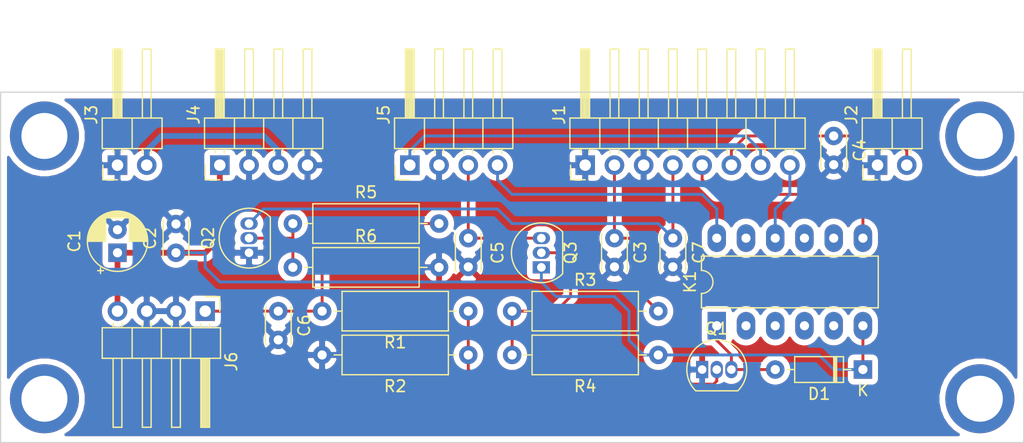
<source format=kicad_pcb>
(kicad_pcb (version 20171130) (host pcbnew 5.1.6)
  (layers (0 F.Cu signal) (31 B.Cu signal hide) (34 B.Paste user) (35 F.Paste user) (36 B.SilkS user) (37 F.SilkS user) (38 B.Mask user) (39 F.Mask user) (44 Edge.Cuts user))
  (net 0 "")
  (net 1 +12V)
  (net 2 GND)
  (net 3 RIG_XVERTER_PTT_IN)
  (net 4 RIG_XVERTER_ALC_INPUT)
  (net 5 PTT_XVERTER)
  (net 6 XVERTER_ON)
  (net 7 RIG_XVERTER_TX_PA_DISABLE)
  (net 8 "Net-(D1-Pad2)")
  (net 9 RIG_XVERTER_RX_INPUT)
  (net 10 RIG_XVERTER_TX_OUT)
  (net 11 RIG_XVERTER_HF_RX_ANT_OUT)
  (net 12 RF_INOUT)
  (net 13 XVERTER_RX_INPUT)
  (net 14 "Net-(Q1-Pad2)")
  (net 15 "Net-(Q2-Pad2)")
  (net 16 "Net-(Q3-Pad2)")
  (module Capacitor_THT:CP_Radial_D5.0mm_P2.00mm (layer F.Cu) (at 22.86 26.67 90)
    (fp_text reference C1 (at 1 -3.75 90) (layer F.SilkS))
    (fp_text value 10uF)
    (pad 1 thru_hole rect (at 0 0 90) (size 1.6 1.6) (drill 0.8) (layers *.Cu *.Mask) (net 1 +12V))
    (pad 2 thru_hole circle (at 2 0 90) (size 1.6 1.6) (drill 0.8) (layers *.Cu *.Mask) (net 2 GND))
  )
  (module Capacitor_THT:C_Disc_D3.0mm_W2.0mm_P2.50mm (layer F.Cu) (at 27.94 26.67 90)
    (fp_text reference C2 (at 1.25 -2.25 90) (layer F.SilkS))
    (fp_text value 0.1uF)
    (pad 1 thru_hole circle (at 0 0 90) (size 1.6 1.6) (drill 0.8) (layers *.Cu *.Mask) (net 1 +12V))
    (pad 2 thru_hole circle (at 2.5 0 90) (size 1.6 1.6) (drill 0.8) (layers *.Cu *.Mask) (net 2 GND))
  )
  (module Capacitor_THT:C_Disc_D3.0mm_W2.0mm_P2.50mm (layer F.Cu) (at 66.04 25.4 270)
    (fp_text reference C3 (at 1.25 -2.25 90) (layer F.SilkS))
    (fp_text value 0.1uF)
    (pad 2 thru_hole circle (at 2.5 0 270) (size 1.6 1.6) (drill 0.8) (layers *.Cu *.Mask) (net 2 GND))
    (pad 1 thru_hole circle (at 0 0 270) (size 1.6 1.6) (drill 0.8) (layers *.Cu *.Mask) (net 3 RIG_XVERTER_PTT_IN))
  )
  (module Capacitor_THT:C_Disc_D3.0mm_W2.0mm_P2.50mm (layer F.Cu) (at 85.09 16.51 270)
    (fp_text reference C4 (at 1.25 -2.25 90) (layer F.SilkS))
    (fp_text value 0.1uF)
    (pad 1 thru_hole circle (at 0 0 270) (size 1.6 1.6) (drill 0.8) (layers *.Cu *.Mask) (net 4 RIG_XVERTER_ALC_INPUT))
    (pad 2 thru_hole circle (at 2.5 0 270) (size 1.6 1.6) (drill 0.8) (layers *.Cu *.Mask) (net 2 GND))
  )
  (module Capacitor_THT:C_Disc_D3.0mm_W2.0mm_P2.50mm (layer F.Cu) (at 53.34 25.4 270)
    (fp_text reference C5 (at 1.27 -2.54 90) (layer F.SilkS))
    (fp_text value 0.1uF)
    (pad 2 thru_hole circle (at 2.5 0 270) (size 1.6 1.6) (drill 0.8) (layers *.Cu *.Mask) (net 2 GND))
    (pad 1 thru_hole circle (at 0 0 270) (size 1.6 1.6) (drill 0.8) (layers *.Cu *.Mask) (net 5 PTT_XVERTER))
  )
  (module Capacitor_THT:C_Disc_D3.0mm_W2.0mm_P2.50mm (layer F.Cu) (at 36.83 31.75 270)
    (fp_text reference C6 (at 1.25 -2.25 90) (layer F.SilkS))
    (fp_text value 0.1uF)
    (pad 1 thru_hole circle (at 0 0 270) (size 1.6 1.6) (drill 0.8) (layers *.Cu *.Mask) (net 6 XVERTER_ON))
    (pad 2 thru_hole circle (at 2.5 0 270) (size 1.6 1.6) (drill 0.8) (layers *.Cu *.Mask) (net 2 GND))
  )
  (module Capacitor_THT:C_Disc_D3.0mm_W2.0mm_P2.50mm (layer F.Cu) (at 71.12 25.4 270)
    (fp_text reference C7 (at 1.25 -2.25 90) (layer F.SilkS))
    (fp_text value 0.1uF)
    (pad 2 thru_hole circle (at 2.5 0 270) (size 1.6 1.6) (drill 0.8) (layers *.Cu *.Mask) (net 2 GND))
    (pad 1 thru_hole circle (at 0 0 270) (size 1.6 1.6) (drill 0.8) (layers *.Cu *.Mask) (net 7 RIG_XVERTER_TX_PA_DISABLE))
  )
  (module Diode_THT:D_DO-35_SOD27_P7.62mm_Horizontal (layer F.Cu) (at 87.63 36.83 180)
    (fp_text reference D1 (at 3.81 -2.12) (layer F.SilkS))
    (fp_text value 1N4148)
    (fp_text user K (at 0 -1.8) (layer F.SilkS))
    (pad 1 thru_hole rect (at 0 0 180) (size 1.6 1.6) (drill 0.8) (layers *.Cu *.Mask) (net 1 +12V))
    (pad 2 thru_hole oval (at 7.62 0 180) (size 1.6 1.6) (drill 0.8) (layers *.Cu *.Mask) (net 8 "Net-(D1-Pad2)"))
  )
  (module Connector_PinHeader_2.54mm:PinHeader_1x08_P2.54mm_Horizontal (layer F.Cu) (at 63.5 19.05 90)
    (fp_text reference J1 (at 4.385 -2.27 90) (layer F.SilkS))
    (fp_text value "Rig Transverter Connector")
    (pad 1 thru_hole rect (at 0 0 90) (size 1.7 1.7) (drill 1) (layers *.Cu *.Mask) (net 2 GND))
    (pad 2 thru_hole oval (at 0 2.54 90) (size 1.7 1.7) (drill 1) (layers *.Cu *.Mask) (net 3 RIG_XVERTER_PTT_IN))
    (pad 3 thru_hole oval (at 0 5.08 90) (size 1.7 1.7) (drill 1) (layers *.Cu *.Mask) (net 2 GND))
    (pad 4 thru_hole oval (at 0 7.62 90) (size 1.7 1.7) (drill 1) (layers *.Cu *.Mask) (net 7 RIG_XVERTER_TX_PA_DISABLE))
    (pad 5 thru_hole oval (at 0 10.16 90) (size 1.7 1.7) (drill 1) (layers *.Cu *.Mask) (net 9 RIG_XVERTER_RX_INPUT))
    (pad 6 thru_hole oval (at 0 12.7 90) (size 1.7 1.7) (drill 1) (layers *.Cu *.Mask) (net 4 RIG_XVERTER_ALC_INPUT))
    (pad 7 thru_hole oval (at 0 15.24 90) (size 1.7 1.7) (drill 1) (layers *.Cu *.Mask) (net 10 RIG_XVERTER_TX_OUT))
    (pad 8 thru_hole oval (at 0 17.78 90) (size 1.7 1.7) (drill 1) (layers *.Cu *.Mask) (net 11 RIG_XVERTER_HF_RX_ANT_OUT))
  )
  (module Connector_PinHeader_2.54mm:PinHeader_1x02_P2.54mm_Horizontal (layer F.Cu) (at 88.9 19.05 90)
    (fp_text reference J2 (at 4.385 -2.27 90) (layer F.SilkS))
    (fp_text value ALC)
    (pad 2 thru_hole oval (at 0 2.54 90) (size 1.7 1.7) (drill 1) (layers *.Cu *.Mask) (net 4 RIG_XVERTER_ALC_INPUT))
    (pad 1 thru_hole rect (at 0 0 90) (size 1.7 1.7) (drill 1) (layers *.Cu *.Mask) (net 2 GND))
  )
  (module Connector_PinHeader_2.54mm:PinHeader_1x02_P2.54mm_Horizontal (layer F.Cu) (at 22.86 19.05 90)
    (fp_text reference J3 (at 4.385 -2.27 90) (layer F.SilkS))
    (fp_text value RF)
    (pad 1 thru_hole rect (at 0 0 90) (size 1.7 1.7) (drill 1) (layers *.Cu *.Mask) (net 2 GND))
    (pad 2 thru_hole oval (at 0 2.54 90) (size 1.7 1.7) (drill 1) (layers *.Cu *.Mask) (net 12 RF_INOUT))
  )
  (module Connector_PinHeader_2.54mm:PinHeader_1x04_P2.54mm_Horizontal (layer F.Cu) (at 31.75 19.05 90)
    (fp_text reference J4 (at 4.385 -2.27 90) (layer F.SilkS))
    (fp_text value "Transverter 2")
    (pad 1 thru_hole rect (at 0 0 90) (size 1.7 1.7) (drill 1) (layers *.Cu *.Mask) (net 1 +12V))
    (pad 2 thru_hole oval (at 0 2.54 90) (size 1.7 1.7) (drill 1) (layers *.Cu *.Mask) (net 2 GND))
    (pad 3 thru_hole oval (at 0 5.08 90) (size 1.7 1.7) (drill 1) (layers *.Cu *.Mask) (net 12 RF_INOUT))
    (pad 4 thru_hole oval (at 0 7.62 90) (size 1.7 1.7) (drill 1) (layers *.Cu *.Mask) (net 2 GND))
  )
  (module Connector_PinHeader_2.54mm:PinHeader_1x04_P2.54mm_Horizontal (layer F.Cu) (at 48.26 19.05 90)
    (fp_text reference J5 (at 4.385 -2.27 90) (layer F.SilkS))
    (fp_text value "Transverter 1")
    (pad 1 thru_hole rect (at 0 0 90) (size 1.7 1.7) (drill 1) (layers *.Cu *.Mask) (net 10 RIG_XVERTER_TX_OUT))
    (pad 2 thru_hole oval (at 0 2.54 90) (size 1.7 1.7) (drill 1) (layers *.Cu *.Mask) (net 2 GND))
    (pad 3 thru_hole oval (at 0 5.08 90) (size 1.7 1.7) (drill 1) (layers *.Cu *.Mask) (net 5 PTT_XVERTER))
    (pad 4 thru_hole oval (at 0 7.62 90) (size 1.7 1.7) (drill 1) (layers *.Cu *.Mask) (net 13 XVERTER_RX_INPUT))
  )
  (module Connector_PinHeader_2.54mm:PinHeader_1x04_P2.54mm_Horizontal (layer F.Cu) (at 30.48 31.75 270)
    (fp_text reference J6 (at 4.385 -2.27 90) (layer F.SilkS))
    (fp_text value Power)
    (pad 4 thru_hole oval (at 0 7.62 270) (size 1.7 1.7) (drill 1) (layers *.Cu *.Mask) (net 1 +12V))
    (pad 3 thru_hole oval (at 0 5.08 270) (size 1.7 1.7) (drill 1) (layers *.Cu *.Mask) (net 2 GND))
    (pad 2 thru_hole oval (at 0 2.54 270) (size 1.7 1.7) (drill 1) (layers *.Cu *.Mask) (net 2 GND))
    (pad 1 thru_hole rect (at 0 0 270) (size 1.7 1.7) (drill 1) (layers *.Cu *.Mask) (net 6 XVERTER_ON))
  )
  (module Package_DIP:DIP-12_W7.62mm_LongPads (layer F.Cu) (at 74.93 33.02 90)
    (fp_text reference K1 (at 3.81 -2.33 90) (layer F.SilkS))
    (fp_text value DS1E-M-DC12V)
    (pad 1 thru_hole rect (at 0 0 90) (size 2.4 1.6) (drill 0.8) (layers *.Cu *.Mask) (net 8 "Net-(D1-Pad2)"))
    (pad 7 thru_hole oval (at 7.62 12.7 90) (size 2.4 1.6) (drill 0.8) (layers *.Cu *.Mask) (net 9 RIG_XVERTER_RX_INPUT))
    (pad 2 thru_hole oval (at 0 2.54 90) (size 2.4 1.6) (drill 0.8) (layers *.Cu *.Mask))
    (pad 8 thru_hole oval (at 7.62 10.16 90) (size 2.4 1.6) (drill 0.8) (layers *.Cu *.Mask))
    (pad 3 thru_hole oval (at 0 5.08 90) (size 2.4 1.6) (drill 0.8) (layers *.Cu *.Mask))
    (pad 9 thru_hole oval (at 7.62 7.62 90) (size 2.4 1.6) (drill 0.8) (layers *.Cu *.Mask))
    (pad 4 thru_hole oval (at 0 7.62 90) (size 2.4 1.6) (drill 0.8) (layers *.Cu *.Mask))
    (pad 10 thru_hole oval (at 7.62 5.08 90) (size 2.4 1.6) (drill 0.8) (layers *.Cu *.Mask) (net 11 RIG_XVERTER_HF_RX_ANT_OUT))
    (pad 5 thru_hole oval (at 0 10.16 90) (size 2.4 1.6) (drill 0.8) (layers *.Cu *.Mask))
    (pad 11 thru_hole oval (at 7.62 2.54 90) (size 2.4 1.6) (drill 0.8) (layers *.Cu *.Mask))
    (pad 6 thru_hole oval (at 0 12.7 90) (size 2.4 1.6) (drill 0.8) (layers *.Cu *.Mask) (net 1 +12V))
    (pad 12 thru_hole oval (at 7.62 0 90) (size 2.4 1.6) (drill 0.8) (layers *.Cu *.Mask) (net 13 XVERTER_RX_INPUT))
  )
  (module Package_TO_SOT_THT:TO-92_Inline (layer F.Cu) (at 73.66 36.83)
    (fp_text reference Q1 (at 1.27 -3.56) (layer F.SilkS))
    (fp_text value 2N3904)
    (pad 2 thru_hole oval (at 1.27 0) (size 1.05 1.5) (drill 0.75) (layers *.Cu *.Mask) (net 14 "Net-(Q1-Pad2)"))
    (pad 3 thru_hole oval (at 2.54 0) (size 1.05 1.5) (drill 0.75) (layers *.Cu *.Mask) (net 8 "Net-(D1-Pad2)"))
    (pad 1 thru_hole rect (at 0 0) (size 1.05 1.5) (drill 0.75) (layers *.Cu *.Mask) (net 2 GND))
  )
  (module Package_TO_SOT_THT:TO-92_Inline (layer F.Cu) (at 34.29 26.67 90)
    (fp_text reference Q2 (at 1.27 -3.56 90) (layer F.SilkS))
    (fp_text value 2N3904)
    (pad 2 thru_hole oval (at 1.27 0 90) (size 1.05 1.5) (drill 0.75) (layers *.Cu *.Mask) (net 15 "Net-(Q2-Pad2)"))
    (pad 3 thru_hole oval (at 2.54 0 90) (size 1.05 1.5) (drill 0.75) (layers *.Cu *.Mask) (net 7 RIG_XVERTER_TX_PA_DISABLE))
    (pad 1 thru_hole rect (at 0 0 90) (size 1.05 1.5) (drill 0.75) (layers *.Cu *.Mask) (net 2 GND))
  )
  (module Package_TO_SOT_THT:TO-92_Inline (layer F.Cu) (at 59.69 27.94 90)
    (fp_text reference Q3 (at 1.27 2.54 90) (layer F.SilkS))
    (fp_text value 2N3905)
    (pad 1 thru_hole rect (at 0 0 90) (size 1.05 1.5) (drill 0.75) (layers *.Cu *.Mask) (net 1 +12V))
    (pad 3 thru_hole oval (at 2.54 0 90) (size 1.05 1.5) (drill 0.75) (layers *.Cu *.Mask) (net 5 PTT_XVERTER))
    (pad 2 thru_hole oval (at 1.27 0 90) (size 1.05 1.5) (drill 0.75) (layers *.Cu *.Mask) (net 16 "Net-(Q3-Pad2)"))
  )
  (module Resistor_THT:R_Axial_DIN0309_L9.0mm_D3.2mm_P12.70mm_Horizontal (layer F.Cu) (at 53.34 31.75 180)
    (fp_text reference R1 (at 6.35 -2.72) (layer F.SilkS))
    (fp_text value R)
    (pad 1 thru_hole circle (at 0 0 180) (size 1.6 1.6) (drill 0.8) (layers *.Cu *.Mask) (net 14 "Net-(Q1-Pad2)"))
    (pad 2 thru_hole oval (at 12.7 0 180) (size 1.6 1.6) (drill 0.8) (layers *.Cu *.Mask) (net 6 XVERTER_ON))
  )
  (module Resistor_THT:R_Axial_DIN0309_L9.0mm_D3.2mm_P12.70mm_Horizontal (layer F.Cu) (at 53.34 35.56 180)
    (fp_text reference R2 (at 6.35 -2.72) (layer F.SilkS))
    (fp_text value R)
    (pad 2 thru_hole oval (at 12.7 0 180) (size 1.6 1.6) (drill 0.8) (layers *.Cu *.Mask) (net 2 GND))
    (pad 1 thru_hole circle (at 0 0 180) (size 1.6 1.6) (drill 0.8) (layers *.Cu *.Mask) (net 14 "Net-(Q1-Pad2)"))
  )
  (module Resistor_THT:R_Axial_DIN0309_L9.0mm_D3.2mm_P12.70mm_Horizontal (layer F.Cu) (at 57.15 31.75)
    (fp_text reference R3 (at 6.35 -2.72) (layer F.SilkS))
    (fp_text value R)
    (pad 1 thru_hole circle (at 0 0) (size 1.6 1.6) (drill 0.8) (layers *.Cu *.Mask) (net 16 "Net-(Q3-Pad2)"))
    (pad 2 thru_hole oval (at 12.7 0) (size 1.6 1.6) (drill 0.8) (layers *.Cu *.Mask) (net 3 RIG_XVERTER_PTT_IN))
  )
  (module Resistor_THT:R_Axial_DIN0309_L9.0mm_D3.2mm_P12.70mm_Horizontal (layer F.Cu) (at 69.85 35.56 180)
    (fp_text reference R4 (at 6.35 -2.72) (layer F.SilkS))
    (fp_text value R)
    (pad 2 thru_hole oval (at 12.7 0 180) (size 1.6 1.6) (drill 0.8) (layers *.Cu *.Mask) (net 16 "Net-(Q3-Pad2)"))
    (pad 1 thru_hole circle (at 0 0 180) (size 1.6 1.6) (drill 0.8) (layers *.Cu *.Mask) (net 1 +12V))
  )
  (module Resistor_THT:R_Axial_DIN0309_L9.0mm_D3.2mm_P12.70mm_Horizontal (layer F.Cu) (at 38.1 24.13)
    (fp_text reference R5 (at 6.35 -2.72) (layer F.SilkS))
    (fp_text value R)
    (pad 1 thru_hole circle (at 0 0) (size 1.6 1.6) (drill 0.8) (layers *.Cu *.Mask) (net 15 "Net-(Q2-Pad2)"))
    (pad 2 thru_hole oval (at 12.7 0) (size 1.6 1.6) (drill 0.8) (layers *.Cu *.Mask) (net 6 XVERTER_ON))
  )
  (module Resistor_THT:R_Axial_DIN0309_L9.0mm_D3.2mm_P12.70mm_Horizontal (layer F.Cu) (at 38.1 27.94)
    (fp_text reference R6 (at 6.35 -2.72) (layer F.SilkS))
    (fp_text value R)
    (pad 2 thru_hole oval (at 12.7 0) (size 1.6 1.6) (drill 0.8) (layers *.Cu *.Mask) (net 2 GND))
    (pad 1 thru_hole circle (at 0 0) (size 1.6 1.6) (drill 0.8) (layers *.Cu *.Mask) (net 15 "Net-(Q2-Pad2)"))
  )
  (gr_line (start 101.6 43.18) (end 12.7 43.18) (layer Edge.Cuts) (width 0.1))
  (gr_line (start 101.6 12.7) (end 101.6 43.18) (layer Edge.Cuts) (width 0.1))
  (gr_line (start 12.7 12.7) (end 101.6 12.7) (layer Edge.Cuts) (width 0.1))
  (gr_line (start 12.7 12.7) (end 12.7 43.18) (layer Edge.Cuts) (width 0.1))
  (via (at 16.51 16.51) (size 6) (drill 4) (layers F.Cu B.Cu) (net 0))
  (via (at 16.51 39.37) (size 6) (drill 4) (layers F.Cu B.Cu) (net 0))
  (via (at 97.79 39.37) (size 6) (drill 4) (layers F.Cu B.Cu) (net 0))
  (via (at 97.79 16.51) (size 6) (drill 4) (layers F.Cu B.Cu) (net 0))
  (segment (start 87.63 33.02) (end 87.63 36.83) (width 0.25) (layer F.Cu) (net 1))
  (segment (start 87.63 36.83) (end 85.09 36.83) (width 0.25) (layer B.Cu) (net 1))
  (segment (start 85.09 36.83) (end 83.82 35.56) (width 0.25) (layer B.Cu) (net 1))
  (segment (start 83.82 35.56) (end 69.85 35.56) (width 0.25) (layer B.Cu) (net 1))
  (segment (start 59.69 27.94) (end 59.69 29.21) (width 0.25) (layer B.Cu) (net 1))
  (segment (start 59.69 29.21) (end 60.96 30.48) (width 0.25) (layer B.Cu) (net 1))
  (segment (start 60.96 30.48) (end 66.04 30.48) (width 0.25) (layer B.Cu) (net 1))
  (segment (start 66.04 30.48) (end 67.31 31.75) (width 0.25) (layer B.Cu) (net 1))
  (segment (start 67.31 31.75) (end 67.31 34.29) (width 0.25) (layer B.Cu) (net 1))
  (segment (start 67.31 34.29) (end 68.58 35.56) (width 0.25) (layer B.Cu) (net 1))
  (segment (start 68.58 35.56) (end 69.85 35.56) (width 0.25) (layer B.Cu) (net 1))
  (segment (start 22.86 26.67) (end 27.94 26.67) (width 0.5) (layer F.Cu) (net 1))
  (segment (start 27.94 26.67) (end 30.48 26.67) (width 0.5) (layer F.Cu) (net 1))
  (segment (start 30.48 26.67) (end 31.75 25.4) (width 0.5) (layer F.Cu) (net 1))
  (segment (start 31.75 25.4) (end 31.75 19.05) (width 0.5) (layer F.Cu) (net 1))
  (segment (start 27.94 26.67) (end 30.48 26.67) (width 0.25) (layer B.Cu) (net 1))
  (segment (start 30.48 26.67) (end 30.48 27.94) (width 0.25) (layer B.Cu) (net 1))
  (segment (start 30.48 27.94) (end 31.75 29.21) (width 0.25) (layer B.Cu) (net 1))
  (segment (start 31.75 29.21) (end 59.69 29.21) (width 0.25) (layer B.Cu) (net 1))
  (segment (start 22.86 26.67) (end 22.86 31.75) (width 0.5) (layer F.Cu) (net 1))
  (segment (start 66.04 21.59) (end 66.04 25.4) (width 0.25) (layer F.Cu) (net 3))
  (segment (start 66.04 25.4) (end 67.31 25.4) (width 0.25) (layer F.Cu) (net 3))
  (segment (start 67.31 25.4) (end 68.58 26.67) (width 0.25) (layer F.Cu) (net 3))
  (segment (start 68.58 26.67) (end 68.58 30.48) (width 0.25) (layer F.Cu) (net 3))
  (segment (start 68.58 30.48) (end 69.85 31.75) (width 0.25) (layer F.Cu) (net 3))
  (segment (start 66.04 19.05) (end 66.04 21.59) (width 0.25) (layer F.Cu) (net 3))
  (segment (start 76.24 19.09) (end 76.2 19.05) (width 0.25) (layer F.Cu) (net 4))
  (segment (start 91.44 19.05) (end 91.44 17.78) (width 0.25) (layer F.Cu) (net 4))
  (segment (start 91.44 17.78) (end 90.17 16.51) (width 0.25) (layer F.Cu) (net 4))
  (segment (start 90.17 16.51) (end 85.09 16.51) (width 0.25) (layer F.Cu) (net 4))
  (segment (start 76.2 19.05) (end 76.2 17.78) (width 0.25) (layer F.Cu) (net 4))
  (segment (start 76.2 17.78) (end 77.47 16.51) (width 0.25) (layer F.Cu) (net 4))
  (segment (start 77.47 16.51) (end 85.09 16.51) (width 0.25) (layer F.Cu) (net 4))
  (segment (start 53.34 21.59) (end 53.34 25.4) (width 0.25) (layer F.Cu) (net 5))
  (segment (start 59.69 25.4) (end 53.34 25.4) (width 0.25) (layer F.Cu) (net 5))
  (segment (start 53.34 19.05) (end 53.34 21.59) (width 0.25) (layer F.Cu) (net 5))
  (segment (start 50.8 24.13) (end 41.91 24.13) (width 0.25) (layer F.Cu) (net 6))
  (segment (start 41.91 24.13) (end 40.64 25.4) (width 0.25) (layer F.Cu) (net 6))
  (segment (start 40.64 25.4) (end 40.64 31.75) (width 0.25) (layer F.Cu) (net 6))
  (segment (start 40.64 31.75) (end 36.83 31.75) (width 0.25) (layer F.Cu) (net 6))
  (segment (start 30.48 31.75) (end 36.83 31.75) (width 0.25) (layer F.Cu) (net 6))
  (segment (start 71.12 21.59) (end 71.12 25.4) (width 0.25) (layer F.Cu) (net 7))
  (segment (start 71.12 19.05) (end 71.12 21.59) (width 0.25) (layer F.Cu) (net 7))
  (segment (start 69.85 24.13) (end 71.12 25.4) (width 0.25) (layer B.Cu) (net 7))
  (segment (start 57.15 24.13) (end 69.85 24.13) (width 0.25) (layer B.Cu) (net 7))
  (segment (start 55.88 22.86) (end 57.15 24.13) (width 0.25) (layer B.Cu) (net 7))
  (segment (start 35.56 22.86) (end 55.88 22.86) (width 0.25) (layer B.Cu) (net 7))
  (segment (start 34.29 24.13) (end 35.56 22.86) (width 0.25) (layer B.Cu) (net 7))
  (segment (start 76.2 36.83) (end 80.01 36.83) (width 0.25) (layer F.Cu) (net 8))
  (segment (start 74.93 33.02) (end 74.93 34.29) (width 0.25) (layer F.Cu) (net 8))
  (segment (start 74.93 34.29) (end 76.2 35.56) (width 0.25) (layer F.Cu) (net 8))
  (segment (start 76.2 35.56) (end 76.2 36.83) (width 0.25) (layer F.Cu) (net 8))
  (segment (start 73.66 19.05) (end 73.66 20.32) (width 0.25) (layer F.Cu) (net 9))
  (segment (start 73.66 20.32) (end 74.93 21.59) (width 0.25) (layer F.Cu) (net 9))
  (segment (start 74.93 21.59) (end 86.36 21.59) (width 0.25) (layer F.Cu) (net 9))
  (segment (start 86.36 21.59) (end 87.63 22.86) (width 0.25) (layer F.Cu) (net 9))
  (segment (start 87.63 22.86) (end 87.63 25.4) (width 0.25) (layer F.Cu) (net 9))
  (segment (start 48.26 17.78) (end 48.26 19.05) (width 0.25) (layer B.Cu) (net 10))
  (segment (start 49.53 16.51) (end 48.26 17.78) (width 0.25) (layer B.Cu) (net 10))
  (segment (start 77.47 16.51) (end 49.53 16.51) (width 0.25) (layer B.Cu) (net 10))
  (segment (start 78.74 17.78) (end 77.47 16.51) (width 0.25) (layer B.Cu) (net 10))
  (segment (start 78.74 19.05) (end 78.74 17.78) (width 0.25) (layer B.Cu) (net 10))
  (segment (start 80.01 25.4) (end 80.01 22.86) (width 0.25) (layer B.Cu) (net 11))
  (segment (start 80.01 22.86) (end 81.28 21.59) (width 0.25) (layer B.Cu) (net 11))
  (segment (start 81.28 21.59) (end 81.28 19.05) (width 0.25) (layer B.Cu) (net 11))
  (segment (start 25.4 19.05) (end 25.4 17.78) (width 0.5) (layer B.Cu) (net 12))
  (segment (start 25.4 17.78) (end 26.67 16.51) (width 0.5) (layer B.Cu) (net 12))
  (segment (start 26.67 16.51) (end 35.56 16.51) (width 0.5) (layer B.Cu) (net 12))
  (segment (start 35.56 16.51) (end 36.83 17.78) (width 0.5) (layer B.Cu) (net 12))
  (segment (start 36.83 17.78) (end 36.83 19.05) (width 0.5) (layer B.Cu) (net 12))
  (segment (start 55.88 19.05) (end 55.88 20.32) (width 0.25) (layer B.Cu) (net 13))
  (segment (start 55.88 20.32) (end 57.15 21.59) (width 0.25) (layer B.Cu) (net 13))
  (segment (start 57.15 21.59) (end 73.66 21.59) (width 0.25) (layer B.Cu) (net 13))
  (segment (start 73.66 21.59) (end 74.93 22.86) (width 0.25) (layer B.Cu) (net 13))
  (segment (start 74.93 22.86) (end 74.93 25.4) (width 0.25) (layer B.Cu) (net 13))
  (segment (start 53.34 31.75) (end 53.34 35.56) (width 0.25) (layer F.Cu) (net 14))
  (segment (start 74.93 37.83) (end 74.66 38.1) (width 0.25) (layer F.Cu) (net 14))
  (segment (start 74.93 36.83) (end 74.93 37.83) (width 0.25) (layer F.Cu) (net 14))
  (segment (start 74.66 38.1) (end 54.61 38.1) (width 0.25) (layer F.Cu) (net 14))
  (segment (start 53.34 35.56) (end 53.34 36.83) (width 0.25) (layer F.Cu) (net 14))
  (segment (start 53.34 36.83) (end 54.61 38.1) (width 0.25) (layer F.Cu) (net 14))
  (segment (start 38.1 25.4) (end 38.1 27.94) (width 0.25) (layer F.Cu) (net 15))
  (segment (start 34.29 25.4) (end 38.1 25.4) (width 0.25) (layer F.Cu) (net 15))
  (segment (start 38.1 24.13) (end 38.1 25.4) (width 0.25) (layer F.Cu) (net 15))
  (segment (start 57.15 31.75) (end 57.15 35.56) (width 0.25) (layer F.Cu) (net 16))
  (segment (start 59.69 26.67) (end 60.96 26.67) (width 0.25) (layer F.Cu) (net 16))
  (segment (start 60.96 26.67) (end 62.23 27.94) (width 0.25) (layer F.Cu) (net 16))
  (segment (start 62.23 27.94) (end 62.23 30.48) (width 0.25) (layer F.Cu) (net 16))
  (segment (start 62.23 30.48) (end 60.96 31.75) (width 0.25) (layer F.Cu) (net 16))
  (segment (start 60.96 31.75) (end 57.15 31.75) (width 0.25) (layer F.Cu) (net 16))
  (zone (net 2) (net_name GND) (layer B.Cu) (connect_pads (clearance 0.508)) (min_thickness 0.254) (fill yes (arc_segments 32) (thermal_gap 0.508) (thermal_bridge_width 0.508))
    (polygon (pts (xy 101.6 43.18) (xy 12.7 43.18) (xy 12.7 12.7) (xy 101.6 12.7)))
  )
  (zone (net 2) (net_name GND) (layer F.Cu) (connect_pads (clearance 0.508)) (min_thickness 0.254) (fill yes (arc_segments 32) (thermal_gap 0.508) (thermal_bridge_width 0.508))
    (polygon (pts (xy 101.6 43.18) (xy 12.7 43.18) (xy 12.7 12.7) (xy 101.6 12.7)))
  )
)
</source>
